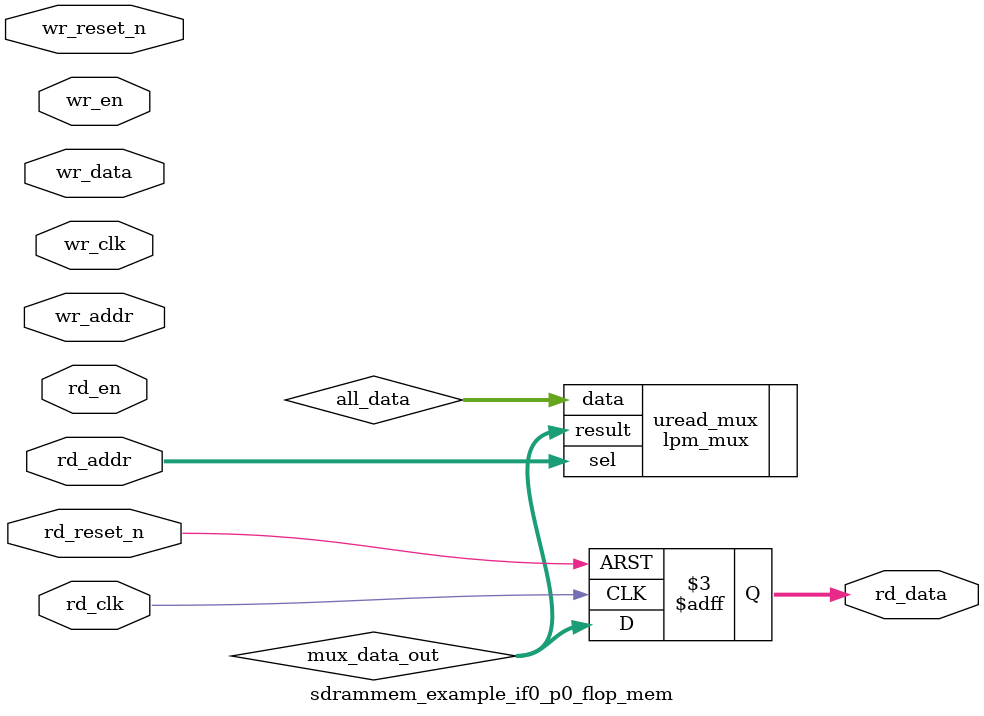
<source format=v>



`timescale 1 ps / 1 ps

(* altera_attribute = "-name ALLOW_SYNCH_CTRL_USAGE ON;-name AUTO_CLOCK_ENABLE_RECOGNITION ON" *)
module sdrammem_example_if0_p0_flop_mem(
	wr_reset_n,
	wr_clk,
	wr_en,
	wr_addr,
	wr_data,
	rd_reset_n,
	rd_clk,
	rd_en,
	rd_addr,
	rd_data
);

parameter WRITE_MEM_DEPTH	= "";
parameter WRITE_ADDR_WIDTH	= "";
parameter WRITE_DATA_WIDTH	= "";
parameter READ_MEM_DEPTH	= "";
parameter READ_ADDR_WIDTH	= "";		 
parameter READ_DATA_WIDTH	= "";


input	wr_reset_n;
input	wr_clk;
input	wr_en;
input	[WRITE_ADDR_WIDTH-1:0] wr_addr;
input	[WRITE_DATA_WIDTH-1:0] wr_data;
input	rd_reset_n;
input	rd_clk;
input	rd_en;
input	[READ_ADDR_WIDTH-1:0] rd_addr;
output	[READ_DATA_WIDTH-1:0] rd_data;



wire	[WRITE_DATA_WIDTH*WRITE_MEM_DEPTH-1:0] all_data;
wire	[READ_DATA_WIDTH-1:0] mux_data_out;



// declare a memory with WRITE_MEM_DEPTH entries
// each entry contains a data size of WRITE_DATA_WIDTH
reg	[WRITE_DATA_WIDTH-1:0] data_stored [0:WRITE_MEM_DEPTH-1] /* synthesis syn_preserve = 1 */;
reg	[READ_DATA_WIDTH-1:0] rd_data;

generate
genvar entry;
	for (entry=0; entry < WRITE_MEM_DEPTH; entry=entry+1)
	begin: mem_location
		assign all_data[(WRITE_DATA_WIDTH*(entry+1)-1) : (WRITE_DATA_WIDTH*entry)] = data_stored[entry]; 
		
		always @(posedge wr_clk or negedge wr_reset_n)
		begin
			if (~wr_reset_n) begin
				data_stored[entry] <= {WRITE_DATA_WIDTH{1'b0}};
			end else begin
				if (wr_en) begin
					if (entry == wr_addr) begin
						data_stored[entry] <= wr_data;
					end
				end
			end
		end		
	end
endgenerate

// mux to select the correct output data based on read address
lpm_mux	uread_mux(
	.sel (rd_addr),
	.data (all_data),
	.result (mux_data_out)
	// synopsys translate_off
	,
	.aclr (),
	.clken (),
	.clock ()
	// synopsys translate_on
	);
 defparam uread_mux.lpm_size = READ_MEM_DEPTH;
 defparam uread_mux.lpm_type = "LPM_MUX";
 defparam uread_mux.lpm_width = READ_DATA_WIDTH;
 defparam uread_mux.lpm_widths = READ_ADDR_WIDTH;

always @(posedge rd_clk or negedge rd_reset_n)	
begin
	if (~rd_reset_n) begin
		rd_data <= {READ_DATA_WIDTH{1'b0}};
	end else begin
		rd_data <= mux_data_out;
	end
end

endmodule

</source>
